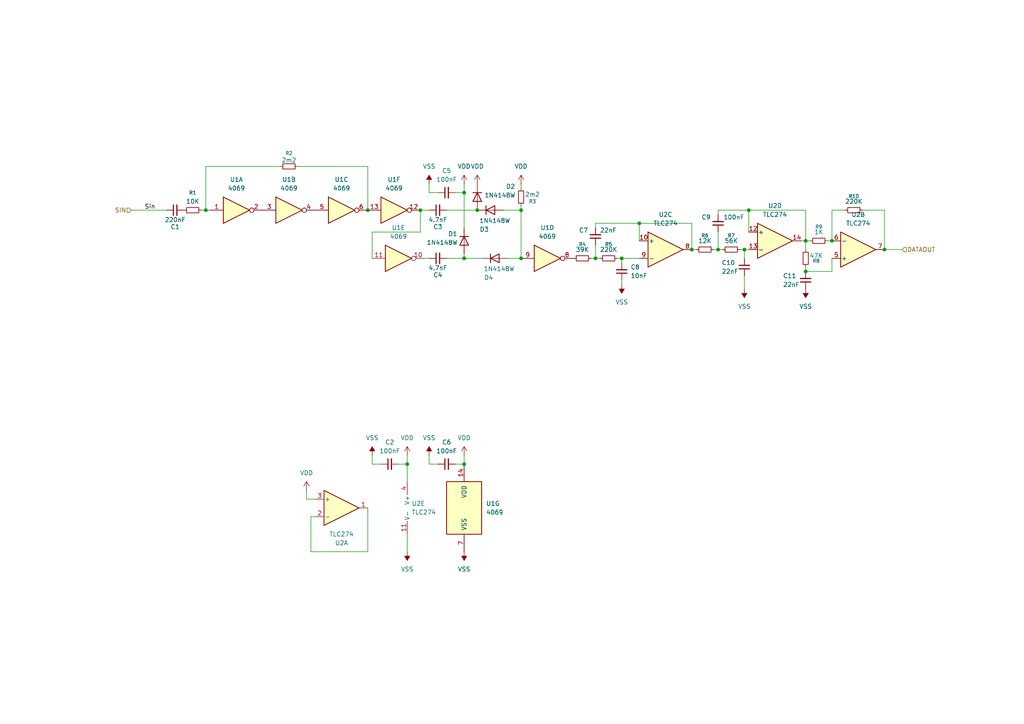
<source format=kicad_sch>
(kicad_sch (version 20250114) (generator "eeschema") (generator_version "9.0")
  (paper "A4")
  (lib_symbols
    (symbol "4xxx:4069" (pin_names (offset 1.016))
      (property "Reference" "U" (at 0 1.27 0))
      (property "Value" "4069" (at 0 -1.27 0))
      (symbol "4069_1_0"
        (polyline (pts (xy -3.81 3.81) (xy -3.81 -3.81) (xy 3.81 0) (xy -3.81 3.81)) (stroke (width 0.254)) (fill (type background)))
        (pin input line (at -7.62 0 0) (length 3.81) (name "~") (number "1"))
        (pin output inverted (at 7.62 0 180) (length 3.81) (name "~") (number "2"))
      )
      (symbol "4069_2_0"
        (polyline (pts (xy -3.81 3.81) (xy -3.81 -3.81) (xy 3.81 0) (xy -3.81 3.81)) (stroke (width 0.254)) (fill (type background)))
        (pin input line (at -7.62 0 0) (length 3.81) (name "~") (number "3"))
        (pin output inverted (at 7.62 0 180) (length 3.81) (name "~") (number "4"))
      )
      (symbol "4069_3_0"
        (polyline (pts (xy -3.81 3.81) (xy -3.81 -3.81) (xy 3.81 0) (xy -3.81 3.81)) (stroke (width 0.254)) (fill (type background)))
        (pin input line (at -7.62 0 0) (length 3.81) (name "~") (number "5"))
        (pin output inverted (at 7.62 0 180) (length 3.81) (name "~") (number "6"))
      )
      (symbol "4069_4_0"
        (polyline (pts (xy -3.81 3.81) (xy -3.81 -3.81) (xy 3.81 0) (xy -3.81 3.81)) (stroke (width 0.254)) (fill (type background)))
        (pin input line (at -7.62 0 0) (length 3.81) (name "~") (number "9"))
        (pin output inverted (at 7.62 0 180) (length 3.81) (name "~") (number "8"))
      )
      (symbol "4069_5_0"
        (polyline (pts (xy -3.81 3.81) (xy -3.81 -3.81) (xy 3.81 0) (xy -3.81 3.81)) (stroke (width 0.254)) (fill (type background)))
        (pin input line (at -7.62 0 0) (length 3.81) (name "~") (number "11"))
        (pin output inverted (at 7.62 0 180) (length 3.81) (name "~") (number "10"))
      )
      (symbol "4069_6_0"
        (polyline (pts (xy -3.81 3.81) (xy -3.81 -3.81) (xy 3.81 0) (xy -3.81 3.81)) (stroke (width 0.254)) (fill (type background)))
        (pin input line (at -7.62 0 0) (length 3.81) (name "~") (number "13"))
        (pin output inverted (at 7.62 0 180) (length 3.81) (name "~") (number "12"))
      )
      (symbol "4069_7_0"
        (pin power_in line (at 0 12.7 270) (length 5.08) (name "VDD") (number "14"))
        (pin power_in line (at 0 -12.7 90) (length 5.08) (name "VSS") (number "7"))
      )
      (symbol "4069_7_1"
        (rectangle (start -5.08 7.62) (end 5.08 -7.62) (stroke (width 0.254)) (fill (type background)))
      )
    )
    (symbol "Amplifier_Operational:TLC274" (pin_names (offset 0.127))
      (property "Reference" "U" (at 0 5.08 0))
      (property "Value" "TLC274" (at 0 -5.08 0))
      (symbol "TLC274_1_1"
        (polyline (pts (xy -5.08 5.08) (xy 5.08 0) (xy -5.08 -5.08) (xy -5.08 5.08)) (stroke (width 0.254)) (fill (type background)))
        (pin input line (at -7.62 2.54 0) (length 2.54) (name "+") (number "3"))
        (pin input line (at -7.62 -2.54 0) (length 2.54) (name "-") (number "2"))
        (pin output line (at 7.62 0 180) (length 2.54) (name "~") (number "1"))
      )
      (symbol "TLC274_2_1"
        (polyline (pts (xy -5.08 5.08) (xy 5.08 0) (xy -5.08 -5.08) (xy -5.08 5.08)) (stroke (width 0.254)) (fill (type background)))
        (pin input line (at -7.62 2.54 0) (length 2.54) (name "+") (number "5"))
        (pin input line (at -7.62 -2.54 0) (length 2.54) (name "-") (number "6"))
        (pin output line (at 7.62 0 180) (length 2.54) (name "~") (number "7"))
      )
      (symbol "TLC274_3_1"
        (polyline (pts (xy -5.08 5.08) (xy 5.08 0) (xy -5.08 -5.08) (xy -5.08 5.08)) (stroke (width 0.254)) (fill (type background)))
        (pin input line (at -7.62 2.54 0) (length 2.54) (name "+") (number "10"))
        (pin input line (at -7.62 -2.54 0) (length 2.54) (name "-") (number "9"))
        (pin output line (at 7.62 0 180) (length 2.54) (name "~") (number "8"))
      )
      (symbol "TLC274_4_1"
        (polyline (pts (xy -5.08 5.08) (xy 5.08 0) (xy -5.08 -5.08) (xy -5.08 5.08)) (stroke (width 0.254)) (fill (type background)))
        (pin input line (at -7.62 2.54 0) (length 2.54) (name "+") (number "12"))
        (pin input line (at -7.62 -2.54 0) (length 2.54) (name "-") (number "13"))
        (pin output line (at 7.62 0 180) (length 2.54) (name "~") (number "14"))
      )
      (symbol "TLC274_5_1"
        (pin power_in line (at -2.54 7.62 270) (length 3.81) (name "V+") (number "4"))
        (pin power_in line (at -2.54 -7.62 90) (length 3.81) (name "V-") (number "11"))
      )
    )
    (symbol "Device:C_Small" (pin_numbers (hide yes)) (pin_names (offset 0.254) (hide yes))
      (property "Reference" "C" (at 0.254 1.778 0))
      (property "Value" "C_Small" (at 0.254 -2.032 0))
      (symbol "C_Small_0_1"
        (polyline (pts (xy -1.524 0.508) (xy 1.524 0.508)) (stroke (width 0.3048)))
        (polyline (pts (xy -1.524 -0.508) (xy 1.524 -0.508)) (stroke (width 0.3302)))
      )
      (symbol "C_Small_1_1"
        (pin passive line (at 0 2.54 270) (length 2.032) (name "~") (number "1"))
        (pin passive line (at 0 -2.54 90) (length 2.032) (name "~") (number "2"))
      )
    )
    (symbol "Device:R_Small" (pin_numbers (hide yes)) (pin_names (offset 0.254) (hide yes))
      (property "Reference" "R" (at 0 0 90))
      (property "Value" "R_Small" (at 1.778 0 90))
      (symbol "R_Small_0_1"
        (rectangle (start -0.762 1.778) (end 0.762 -1.778) (stroke (width 0.2032)))
      )
      (symbol "R_Small_1_1"
        (pin passive line (at 0 2.54 270) (length 0.762) (name "~") (number "1"))
        (pin passive line (at 0 -2.54 90) (length 0.762) (name "~") (number "2"))
      )
    )
    (symbol "Diode:1N4148W" (pin_numbers (hide yes)) (pin_names (hide yes))
      (property "Reference" "D" (at 0 2.54 0))
      (property "Value" "1N4148W" (at 0 -2.54 0))
      (symbol "1N4148W_0_1"
        (polyline (pts (xy -1.27 1.27) (xy -1.27 -1.27)) (stroke (width 0.254)))
        (polyline (pts (xy 1.27 1.27) (xy 1.27 -1.27) (xy -1.27 0) (xy 1.27 1.27)) (stroke (width 0.254)))
        (polyline (pts (xy 1.27 0) (xy -1.27 0)))
      )
      (symbol "1N4148W_1_1"
        (pin passive line (at -3.81 0 0) (length 2.54) (name "K") (number "1"))
        (pin passive line (at 3.81 0 180) (length 2.54) (name "A") (number "2"))
      )
    )
    (symbol "power:+5V" (power) (pin_numbers (hide yes)) (pin_names (offset 0) (hide yes))
      (property "Value" "+5V" (at 0 3.556 0))
      (symbol "+5V_0_1"
        (polyline (pts (xy -0.762 1.27) (xy 0 2.54)))
        (polyline (pts (xy 0 2.54) (xy 0.762 1.27)))
        (polyline (pts (xy 0 0) (xy 0 2.54)))
      )
      (symbol "+5V_1_1"
        (pin power_in line (at 0 0 90) (length 0) (name "~") (number "1"))
      )
    )
    (symbol "power:VSS" (power) (pin_numbers (hide yes)) (pin_names (offset 0) (hide yes))
      (property "Value" "VSS" (at 0 3.556 0))
      (symbol "VSS_0_1"
        (polyline (pts (xy 0 0) (xy 0 2.54)))
        (polyline (pts (xy 0.762 1.27) (xy -0.762 1.27) (xy 0 2.54) (xy 0.762 1.27)) (fill (type outline)))
      )
      (symbol "VSS_1_1"
        (pin power_in line (at 0 0 90) (length 0) (name "~") (number "1"))
      )
    )
  )
  (junction (at 256.54 72.39))
  (junction (at 172.72 74.93))
  (junction (at 233.68 69.85))
  (junction (at 59.69 60.96))
  (junction (at 118.11 134.62))
  (junction (at 217.17 60.96))
  (junction (at 134.62 134.62))
  (junction (at 151.13 60.96))
  (junction (at 106.68 60.96))
  (junction (at 241.3 69.85))
  (junction (at 134.62 55.88))
  (junction (at 121.92 60.96))
  (junction (at 185.42 64.77))
  (junction (at 151.13 74.93))
  (junction (at 208.28 72.39))
  (junction (at 134.62 74.93))
  (junction (at 200.66 72.39))
  (junction (at 233.68 78.74))
  (junction (at 215.9 72.39))
  (junction (at 138.43 60.96))
  (junction (at 180.34 74.93))
  (wire (pts (xy 245.11 60.96) (xy 241.3 60.96)))
  (wire (pts (xy 106.68 48.26) (xy 106.68 60.96)))
  (wire (pts (xy 151.13 53.34) (xy 151.13 54.61)))
  (wire (pts (xy 38.1 60.96) (xy 48.26 60.96)))
  (wire (pts (xy 185.42 64.77) (xy 172.72 64.77)))
  (wire (pts (xy 106.68 160.02) (xy 90.17 160.02)))
  (wire (pts (xy 81.28 48.26) (xy 59.69 48.26)))
  (wire (pts (xy 134.62 74.93) (xy 139.7 74.93)))
  (wire (pts (xy 179.07 74.93) (xy 180.34 74.93)))
  (wire (pts (xy 208.28 60.96) (xy 208.28 62.23)))
  (wire (pts (xy 134.62 53.34) (xy 134.62 55.88)))
  (wire (pts (xy 115.57 134.62) (xy 118.11 134.62)))
  (wire (pts (xy 207.01 72.39) (xy 208.28 72.39)))
  (wire (pts (xy 214.63 72.39) (xy 215.9 72.39)))
  (wire (pts (xy 233.68 69.85) (xy 233.68 72.39)))
  (wire (pts (xy 151.13 59.69) (xy 151.13 60.96)))
  (wire (pts (xy 200.66 72.39) (xy 201.93 72.39)))
  (wire (pts (xy 215.9 72.39) (xy 215.9 74.93)))
  (wire (pts (xy 234.95 69.85) (xy 233.68 69.85)))
  (wire (pts (xy 129.54 60.96) (xy 138.43 60.96)))
  (wire (pts (xy 233.68 60.96) (xy 233.68 69.85)))
  (wire (pts (xy 180.34 74.93) (xy 180.34 76.2)))
  (wire (pts (xy 171.45 74.93) (xy 172.72 74.93)))
  (wire (pts (xy 129.54 74.93) (xy 134.62 74.93)))
  (wire (pts (xy 200.66 64.77) (xy 185.42 64.77)))
  (wire (pts (xy 118.11 134.62) (xy 118.11 139.7)))
  (wire (pts (xy 90.17 149.86) (xy 91.44 149.86)))
  (wire (pts (xy 124.46 134.62) (xy 124.46 132.08)))
  (wire (pts (xy 124.46 55.88) (xy 124.46 53.34)))
  (wire (pts (xy 59.69 48.26) (xy 59.69 60.96)))
  (wire (pts (xy 118.11 154.94) (xy 118.11 160.02)))
  (wire (pts (xy 233.68 78.74) (xy 233.68 77.47)))
  (wire (pts (xy 185.42 64.77) (xy 185.42 69.85)))
  (wire (pts (xy 215.9 80.01) (xy 215.9 83.82)))
  (wire (pts (xy 241.3 74.93) (xy 241.3 78.74)))
  (wire (pts (xy 151.13 60.96) (xy 151.13 74.93)))
  (wire (pts (xy 217.17 60.96) (xy 233.68 60.96)))
  (wire (pts (xy 151.13 74.93) (xy 147.32 74.93)))
  (wire (pts (xy 241.3 78.74) (xy 233.68 78.74)))
  (wire (pts (xy 91.44 144.78) (xy 88.9 144.78)))
  (wire (pts (xy 107.95 134.62) (xy 107.95 132.08)))
  (wire (pts (xy 232.41 69.85) (xy 233.68 69.85)))
  (wire (pts (xy 208.28 72.39) (xy 209.55 72.39)))
  (wire (pts (xy 134.62 132.08) (xy 134.62 134.62)))
  (wire (pts (xy 180.34 74.93) (xy 185.42 74.93)))
  (wire (pts (xy 256.54 72.39) (xy 261.62 72.39)))
  (wire (pts (xy 59.69 60.96) (xy 58.42 60.96)))
  (wire (pts (xy 88.9 144.78) (xy 88.9 142.24)))
  (wire (pts (xy 217.17 60.96) (xy 208.28 60.96)))
  (wire (pts (xy 127 55.88) (xy 124.46 55.88)))
  (wire (pts (xy 134.62 74.93) (xy 134.62 73.66)))
  (wire (pts (xy 241.3 69.85) (xy 240.03 69.85)))
  (wire (pts (xy 106.68 147.32) (xy 106.68 160.02)))
  (wire (pts (xy 121.92 60.96) (xy 121.92 67.31)))
  (wire (pts (xy 146.05 60.96) (xy 151.13 60.96)))
  (wire (pts (xy 172.72 74.93) (xy 173.99 74.93)))
  (wire (pts (xy 118.11 132.08) (xy 118.11 134.62)))
  (wire (pts (xy 60.96 60.96) (xy 59.69 60.96)))
  (wire (pts (xy 121.92 60.96) (xy 124.46 60.96)))
  (wire (pts (xy 256.54 72.39) (xy 256.54 60.96)))
  (wire (pts (xy 256.54 60.96) (xy 250.19 60.96)))
  (wire (pts (xy 180.34 82.55) (xy 180.34 81.28)))
  (wire (pts (xy 121.92 67.31) (xy 107.95 67.31)))
  (wire (pts (xy 86.36 48.26) (xy 106.68 48.26)))
  (wire (pts (xy 217.17 60.96) (xy 217.17 67.31)))
  (wire (pts (xy 172.72 64.77) (xy 172.72 66.04)))
  (wire (pts (xy 215.9 72.39) (xy 217.17 72.39)))
  (wire (pts (xy 208.28 67.31) (xy 208.28 72.39)))
  (wire (pts (xy 107.95 67.31) (xy 107.95 74.93)))
  (wire (pts (xy 241.3 60.96) (xy 241.3 69.85)))
  (wire (pts (xy 123.19 74.93) (xy 124.46 74.93)))
  (wire (pts (xy 132.08 55.88) (xy 134.62 55.88)))
  (wire (pts (xy 200.66 72.39) (xy 200.66 64.77)))
  (wire (pts (xy 90.17 160.02) (xy 90.17 149.86)))
  (wire (pts (xy 110.49 134.62) (xy 107.95 134.62)))
  (wire (pts (xy 172.72 71.12) (xy 172.72 74.93)))
  (wire (pts (xy 134.62 55.88) (xy 134.62 66.04)))
  (wire (pts (xy 127 134.62) (xy 124.46 134.62)))
  (wire (pts (xy 132.08 134.62) (xy 134.62 134.62)))
  (label "Sin" (at 41.91 60.96 0))
  (hierarchical_label "SIN" (shape input) (at 38.1 60.96 180))
  (hierarchical_label "DATAOUT" (shape input) (at 261.62 72.39 0))
  (symbol (lib_id "Amplifier_Operational:TLC274") (at 120.65 147.32 0) (unit 5)
    (property "Reference" "U10" (at 119.38 146.0499 0) (effects (justify left)))
    (property "Value" "TLC274" (at 119.38 148.5899 0) (effects (justify left)))
    (property "Footprint" "Package_DIP:CERDIP-14_W7.62mm_SideBrazed_Socket" (effects (hide yes)))
    (property "Datasheet" "http://www.ti.com/lit/ds/symlink/tlc274.pdf" (effects (hide yes)))
    (property "Description" "Quad LinCMOS Precision Quad Operational Amplifiers, DIP-14/SOIC-14/SSOP-14" (effects (hide yes)))
    (instances (project "" (path "" (reference "U2") (unit 5))) (project "" (path "" (reference "U10") (unit 5))))
  )
  (symbol (lib_id "power:+5V") (at 134.62 132.08 0) (unit 1)
    (property "Reference" "#PWR0156" (effects (hide yes)))
    (property "Value" "VDD" (at 134.62 127 0))
    (property "Description" "Power symbol creates a global label with name \"+5V\"" (effects (hide yes)))
    (instances (project "decoder" (path "" (reference "#PWR013") (unit 1))) (project "" (path "" (reference "#PWR0156") (unit 1))))
  )
  (symbol (lib_id "Amplifier_Operational:TLC274") (at 99.06 147.32 0) (unit 1)
    (property "Reference" "U10" (at 99.06 157.48 0))
    (property "Value" "TLC274" (at 99.06 154.94 0))
    (property "Footprint" "Package_DIP:CERDIP-14_W7.62mm_SideBrazed_Socket" (effects (hide yes)))
    (property "Datasheet" "http://www.ti.com/lit/ds/symlink/tlc274.pdf" (effects (hide yes)))
    (property "Description" "Quad LinCMOS Precision Quad Operational Amplifiers, DIP-14/SOIC-14/SSOP-14" (effects (hide yes)))
    (instances (project "" (path "" (reference "U2") (unit 1))) (project "" (path "" (reference "U10") (unit 1))))
  )
  (symbol (lib_id "power:VSS") (at 118.11 160.02 180) (unit 1)
    (property "Reference" "#PWR0155" (effects (hide yes)))
    (property "Value" "VSS" (at 118.11 165.1 0))
    (property "Description" "Power symbol creates a global label with name \"VSS\"" (effects (hide yes)))
    (instances (project "decoder" (path "" (reference "#PWR09") (unit 1))) (project "" (path "" (reference "#PWR0155") (unit 1))))
  )
  (symbol (lib_id "Amplifier_Operational:TLC274") (at 224.79 69.85 0) (unit 4)
    (property "Reference" "U10" (at 224.79 59.69 0))
    (property "Value" "TLC274" (at 224.79 62.23 0))
    (property "Footprint" "Package_DIP:CERDIP-14_W7.62mm_SideBrazed_Socket" (effects (hide yes)))
    (property "Datasheet" "http://www.ti.com/lit/ds/symlink/tlc274.pdf" (effects (hide yes)))
    (property "Description" "Quad LinCMOS Precision Quad Operational Amplifiers, DIP-14/SOIC-14/SSOP-14" (effects (hide yes)))
    (instances (project "" (path "" (reference "U2") (unit 4))) (project "" (path "" (reference "U10") (unit 4))))
  )
  (symbol (lib_id "Diode:1N4148W") (at 134.62 69.85 270) (unit 1)
    (property "Reference" "D3" (at 131.318 67.818 90))
    (property "Value" "1N4148W" (at 128.27 70.358 90))
    (property "Footprint" "Diode_SMD:D_SOD-123" (effects (hide yes)))
    (property "Datasheet" "https://www.vishay.com/docs/85748/1n4148w.pdf" (effects (hide yes)))
    (property "Description" "75V 0.15A Fast Switching Diode, SOD-123" (effects (hide yes)))
    (property "Sim.Device" "D" (effects (hide yes)))
    (property "Sim.Pins" "1=K 2=A" (effects (hide yes)))
    (instances (project "decoder" (path "" (reference "D1") (unit 1))) (project "" (path "" (reference "D3") (unit 1))))
  )
  (symbol (lib_id "power:+5V") (at 118.11 132.08 0) (unit 1)
    (property "Reference" "#PWR0152" (effects (hide yes)))
    (property "Value" "VDD" (at 118.11 127 0))
    (property "Description" "Power symbol creates a global label with name \"+5V\"" (effects (hide yes)))
    (instances (project "decoder" (path "" (reference "#PWR08") (unit 1))) (project "" (path "" (reference "#PWR0152") (unit 1))))
  )
  (symbol (lib_id "power:VSS") (at 124.46 132.08 0) (unit 1)
    (property "Reference" "#PWR0153" (effects (hide yes)))
    (property "Value" "VSS" (at 124.46 127 0))
    (property "Description" "Power symbol creates a global label with name \"VSS\"" (effects (hide yes)))
    (instances (project "decoder" (path "" (reference "#PWR011") (unit 1))) (project "" (path "" (reference "#PWR0153") (unit 1))))
  )
  (symbol (lib_id "4xxx:4069") (at 83.82 60.96 0) (unit 2)
    (property "Reference" "U9" (at 83.82 52.07 0))
    (property "Value" "4069" (at 83.82 54.61 0))
    (property "Footprint" "Package_DIP:CERDIP-14_W7.62mm_SideBrazed_Socket" (effects (hide yes)))
    (property "Datasheet" "http://www.intersil.com/content/dam/Intersil/documents/cd40/cd4069ubms.pdf" (effects (hide yes)))
    (property "Description" "Hex inverter" (effects (hide yes)))
    (instances (project "" (path "" (reference "U1") (unit 2))) (project "" (path "" (reference "U9") (unit 2))))
  )
  (symbol (lib_id "Device:R_Small") (at 176.53 74.93 90) (unit 1)
    (property "Reference" "R36" (at 176.53 70.866 90) (effects (font (size 1.016 1.016))))
    (property "Value" "220K" (at 176.53 72.39 90))
    (property "Footprint" "Resistor_SMD:R_0805_2012Metric" (effects (hide yes)))
    (property "Description" "Resistor, small symbol" (effects (hide yes)))
    (instances (project "decoder" (path "" (reference "R5") (unit 1))) (project "" (path "" (reference "R36") (unit 1))))
  )
  (symbol (lib_id "power:VSS") (at 134.62 160.02 180) (unit 1)
    (property "Reference" "#PWR0154" (effects (hide yes)))
    (property "Value" "VSS" (at 134.62 165.1 0))
    (property "Description" "Power symbol creates a global label with name \"VSS\"" (effects (hide yes)))
    (instances (project "decoder" (path "" (reference "#PWR014") (unit 1))) (project "" (path "" (reference "#PWR0154") (unit 1))))
  )
  (symbol (lib_id "power:+5V") (at 151.13 53.34 0) (unit 1)
    (property "Reference" "#PWR0160" (effects (hide yes)))
    (property "Value" "VDD" (at 151.13 48.26 0))
    (property "Description" "Power symbol creates a global label with name \"+5V\"" (effects (hide yes)))
    (instances (project "decoder" (path "" (reference "#PWR016") (unit 1))) (project "" (path "" (reference "#PWR0160") (unit 1))))
  )
  (symbol (lib_id "4xxx:4069") (at 68.58 60.96 0) (unit 1)
    (property "Reference" "U9" (at 68.58 52.07 0))
    (property "Value" "4069" (at 68.58 54.61 0))
    (property "Footprint" "Package_DIP:CERDIP-14_W7.62mm_SideBrazed_Socket" (effects (hide yes)))
    (property "Datasheet" "http://www.intersil.com/content/dam/Intersil/documents/cd40/cd4069ubms.pdf" (effects (hide yes)))
    (property "Description" "Hex inverter" (effects (hide yes)))
    (instances (project "" (path "" (reference "U1") (unit 1))) (project "" (path "" (reference "U9") (unit 1))))
  )
  (symbol (lib_id "power:VSS") (at 180.34 82.55 180) (unit 1)
    (property "Reference" "#PWR0164" (effects (hide yes)))
    (property "Value" "VSS" (at 180.34 87.63 0))
    (property "Description" "Power symbol creates a global label with name \"VSS\"" (effects (hide yes)))
    (instances (project "decoder" (path "" (reference "#PWR017") (unit 1))) (project "" (path "" (reference "#PWR0164") (unit 1))))
  )
  (symbol (lib_id "Device:C_Small") (at 172.72 68.58 180) (unit 1)
    (property "Reference" "C44" (at 167.894 66.802 0) (effects (justify right)))
    (property "Value" "22nF" (at 173.99 66.802 0) (effects (justify right)))
    (property "Footprint" "Capacitor_SMD:C_0805_2012Metric" (effects (hide yes)))
    (property "Description" "Unpolarized capacitor, small symbol" (effects (hide yes)))
    (instances (project "decoder" (path "" (reference "C7") (unit 1))) (project "" (path "" (reference "C44") (unit 1))))
  )
  (symbol (lib_id "power:+5V") (at 138.43 53.34 0) (unit 1)
    (property "Reference" "#PWR0159" (effects (hide yes)))
    (property "Value" "VDD" (at 138.43 48.26 0))
    (property "Description" "Power symbol creates a global label with name \"+5V\"" (effects (hide yes)))
    (instances (project "decoder" (path "" (reference "#PWR015") (unit 1))) (project "" (path "" (reference "#PWR0159") (unit 1))))
  )
  (symbol (lib_id "Device:C_Small") (at 50.8 60.96 90) (mirror x) (unit 1)
    (property "Reference" "C38" (at 50.8 65.786 90))
    (property "Value" "220nF" (at 50.8 63.754 90))
    (property "Footprint" "Capacitor_SMD:C_0805_2012Metric" (effects (hide yes)))
    (property "Description" "Unpolarized capacitor, small symbol" (effects (hide yes)))
    (instances (project "decoder" (path "" (reference "C1") (unit 1))) (project "" (path "" (reference "C38") (unit 1))))
  )
  (symbol (lib_id "Device:R_Small") (at 204.47 72.39 90) (unit 1)
    (property "Reference" "R37" (at 204.47 68.326 90) (effects (font (size 1.016 1.016))))
    (property "Value" "12K" (at 204.47 69.85 90))
    (property "Footprint" "Resistor_SMD:R_0805_2012Metric" (effects (hide yes)))
    (property "Description" "Resistor, small symbol" (effects (hide yes)))
    (instances (project "decoder" (path "" (reference "R6") (unit 1))) (project "" (path "" (reference "R37") (unit 1))))
  )
  (symbol (lib_id "4xxx:4069") (at 158.75 74.93 0) (unit 4)
    (property "Reference" "U9" (at 158.75 66.04 0))
    (property "Value" "4069" (at 158.75 68.58 0))
    (property "Footprint" "Package_DIP:CERDIP-14_W7.62mm_SideBrazed_Socket" (effects (hide yes)))
    (property "Datasheet" "http://www.intersil.com/content/dam/Intersil/documents/cd40/cd4069ubms.pdf" (effects (hide yes)))
    (property "Description" "Hex inverter" (effects (hide yes)))
    (instances (project "" (path "" (reference "U1") (unit 4))) (project "" (path "" (reference "U9") (unit 4))))
  )
  (symbol (lib_id "power:VSS") (at 215.9 83.82 180) (unit 1)
    (property "Reference" "#PWR0163" (effects (hide yes)))
    (property "Value" "VSS" (at 215.9 88.9 0))
    (property "Description" "Power symbol creates a global label with name \"VSS\"" (effects (hide yes)))
    (instances (project "decoder" (path "" (reference "#PWR018") (unit 1))) (project "" (path "" (reference "#PWR0163") (unit 1))))
  )
  (symbol (lib_id "Device:R_Small") (at 237.49 69.85 90) (unit 1)
    (property "Reference" "R40" (at 237.49 65.786 90) (effects (font (size 1.016 1.016))))
    (property "Value" "1K" (at 237.49 67.31 90))
    (property "Footprint" "Resistor_SMD:R_0805_2012Metric" (effects (hide yes)))
    (property "Description" "Resistor, small symbol" (effects (hide yes)))
    (instances (project "decoder" (path "" (reference "R9") (unit 1))) (project "" (path "" (reference "R40") (unit 1))))
  )
  (symbol (lib_id "Diode:1N4148W") (at 143.51 74.93 0) (unit 1)
    (property "Reference" "D6" (at 141.732 80.518 0))
    (property "Value" "1N4148W" (at 144.78 77.978 0))
    (property "Footprint" "Diode_SMD:D_SOD-123" (effects (hide yes)))
    (property "Datasheet" "https://www.vishay.com/docs/85748/1n4148w.pdf" (effects (hide yes)))
    (property "Description" "75V 0.15A Fast Switching Diode, SOD-123" (effects (hide yes)))
    (property "Sim.Device" "D" (effects (hide yes)))
    (property "Sim.Pins" "1=K 2=A" (effects (hide yes)))
    (instances (project "decoder" (path "" (reference "D4") (unit 1))) (project "" (path "" (reference "D6") (unit 1))))
  )
  (symbol (lib_id "Device:C_Small") (at 127 60.96 90) (mirror x) (unit 1)
    (property "Reference" "C40" (at 127 65.786 90))
    (property "Value" "4.7nF" (at 127 63.754 90))
    (property "Footprint" "Capacitor_SMD:C_0805_2012Metric" (effects (hide yes)))
    (property "Description" "Unpolarized capacitor, small symbol" (effects (hide yes)))
    (instances (project "decoder" (path "" (reference "C3") (unit 1))) (project "" (path "" (reference "C40") (unit 1))))
  )
  (symbol (lib_id "4xxx:4069") (at 134.62 147.32 0) (unit 7)
    (property "Reference" "U9" (at 140.97 146.0499 0) (effects (justify left)))
    (property "Value" "4069" (at 140.97 148.5899 0) (effects (justify left)))
    (property "Footprint" "Package_DIP:CERDIP-14_W7.62mm_SideBrazed_Socket" (effects (hide yes)))
    (property "Datasheet" "http://www.intersil.com/content/dam/Intersil/documents/cd40/cd4069ubms.pdf" (effects (hide yes)))
    (property "Description" "Hex inverter" (effects (hide yes)))
    (instances (project "" (path "" (reference "U1") (unit 7))) (project "" (path "" (reference "U9") (unit 7))))
  )
  (symbol (lib_id "Diode:1N4148W") (at 138.43 57.15 270) (unit 1)
    (property "Reference" "D4" (at 148.082 54.102 90))
    (property "Value" "1N4148W" (at 145.034 56.642 90))
    (property "Footprint" "Diode_SMD:D_SOD-123" (effects (hide yes)))
    (property "Datasheet" "https://www.vishay.com/docs/85748/1n4148w.pdf" (effects (hide yes)))
    (property "Description" "75V 0.15A Fast Switching Diode, SOD-123" (effects (hide yes)))
    (property "Sim.Device" "D" (effects (hide yes)))
    (property "Sim.Pins" "1=K 2=A" (effects (hide yes)))
    (instances (project "decoder" (path "" (reference "D2") (unit 1))) (project "" (path "" (reference "D4") (unit 1))))
  )
  (symbol (lib_id "power:+5V") (at 134.62 53.34 0) (unit 1)
    (property "Reference" "#PWR0161" (effects (hide yes)))
    (property "Value" "VDD" (at 134.62 48.26 0))
    (property "Description" "Power symbol creates a global label with name \"+5V\"" (effects (hide yes)))
    (instances (project "decoder" (path "" (reference "#PWR012") (unit 1))) (project "" (path "" (reference "#PWR0161") (unit 1))))
  )
  (symbol (lib_id "Device:C_Small") (at 113.03 134.62 90) (unit 1)
    (property "Reference" "C39" (at 113.0363 128.27 90))
    (property "Value" "100nF" (at 113.0363 130.81 90))
    (property "Footprint" "Capacitor_SMD:C_0805_2012Metric" (effects (hide yes)))
    (property "Description" "Unpolarized capacitor, small symbol" (effects (hide yes)))
    (instances (project "decoder" (path "" (reference "C2") (unit 1))) (project "" (path "" (reference "C39") (unit 1))))
  )
  (symbol (lib_id "Device:R_Small") (at 151.13 57.15 180) (unit 1)
    (property "Reference" "R34" (at 154.432 58.42 0) (effects (font (size 1.016 1.016))))
    (property "Value" "2m2" (at 154.432 56.388 0))
    (property "Footprint" "Resistor_SMD:R_0805_2012Metric" (effects (hide yes)))
    (property "Description" "Resistor, small symbol" (effects (hide yes)))
    (instances (project "decoder" (path "" (reference "R3") (unit 1))) (project "" (path "" (reference "R34") (unit 1))))
  )
  (symbol (lib_id "Device:C_Small") (at 180.34 78.74 180) (unit 1)
    (property "Reference" "C45" (at 182.88 77.4635 0) (effects (justify right)))
    (property "Value" "10nF" (at 182.88 80.0035 0) (effects (justify right)))
    (property "Footprint" "Capacitor_SMD:C_0805_2012Metric" (effects (hide yes)))
    (property "Description" "Unpolarized capacitor, small symbol" (effects (hide yes)))
    (instances (project "decoder" (path "" (reference "C8") (unit 1))) (project "" (path "" (reference "C45") (unit 1))))
  )
  (symbol (lib_id "Diode:1N4148W") (at 142.24 60.96 0) (unit 1)
    (property "Reference" "D5" (at 140.462 66.548 0))
    (property "Value" "1N4148W" (at 143.51 64.008 0))
    (property "Footprint" "Diode_SMD:D_SOD-123" (effects (hide yes)))
    (property "Datasheet" "https://www.vishay.com/docs/85748/1n4148w.pdf" (effects (hide yes)))
    (property "Description" "75V 0.15A Fast Switching Diode, SOD-123" (effects (hide yes)))
    (property "Sim.Device" "D" (effects (hide yes)))
    (property "Sim.Pins" "1=K 2=A" (effects (hide yes)))
    (instances (project "decoder" (path "" (reference "D3") (unit 1))) (project "" (path "" (reference "D5") (unit 1))))
  )
  (symbol (lib_id "Device:R_Small") (at 83.82 48.26 90) (unit 1)
    (property "Reference" "R33" (at 83.82 44.45 90) (effects (font (size 1.016 1.016))))
    (property "Value" "2m2" (at 83.82 46.482 90))
    (property "Footprint" "Resistor_SMD:R_0805_2012Metric" (effects (hide yes)))
    (property "Description" "Resistor, small symbol" (effects (hide yes)))
    (instances (project "decoder" (path "" (reference "R2") (unit 1))) (project "" (path "" (reference "R33") (unit 1))))
  )
  (symbol (lib_id "4xxx:4069") (at 114.3 60.96 0) (unit 6)
    (property "Reference" "U9" (at 114.3 52.07 0))
    (property "Value" "4069" (at 114.3 54.61 0))
    (property "Footprint" "Package_DIP:CERDIP-14_W7.62mm_SideBrazed_Socket" (effects (hide yes)))
    (property "Datasheet" "http://www.intersil.com/content/dam/Intersil/documents/cd40/cd4069ubms.pdf" (effects (hide yes)))
    (property "Description" "Hex inverter" (effects (hide yes)))
    (instances (project "" (path "" (reference "U1") (unit 6))) (project "" (path "" (reference "U9") (unit 6))))
  )
  (symbol (lib_id "Amplifier_Operational:TLC274") (at 193.04 72.39 0) (unit 3)
    (property "Reference" "U10" (at 193.04 62.23 0))
    (property "Value" "TLC274" (at 193.04 64.77 0))
    (property "Footprint" "Package_DIP:CERDIP-14_W7.62mm_SideBrazed_Socket" (effects (hide yes)))
    (property "Datasheet" "http://www.ti.com/lit/ds/symlink/tlc274.pdf" (effects (hide yes)))
    (property "Description" "Quad LinCMOS Precision Quad Operational Amplifiers, DIP-14/SOIC-14/SSOP-14" (effects (hide yes)))
    (instances (project "" (path "" (reference "U2") (unit 3))) (project "" (path "" (reference "U10") (unit 3))))
  )
  (symbol (lib_id "Device:C_Small") (at 127 74.93 90) (mirror x) (unit 1)
    (property "Reference" "C41" (at 127 79.756 90))
    (property "Value" "4.7nF" (at 127 77.724 90))
    (property "Footprint" "Capacitor_SMD:C_0805_2012Metric" (effects (hide yes)))
    (property "Description" "Unpolarized capacitor, small symbol" (effects (hide yes)))
    (instances (project "decoder" (path "" (reference "C4") (unit 1))) (project "" (path "" (reference "C41") (unit 1))))
  )
  (symbol (lib_id "4xxx:4069") (at 115.57 74.93 0) (unit 5)
    (property "Reference" "U9" (at 115.57 66.04 0))
    (property "Value" "4069" (at 115.57 68.58 0))
    (property "Footprint" "Package_DIP:CERDIP-14_W7.62mm_SideBrazed_Socket" (effects (hide yes)))
    (property "Datasheet" "http://www.intersil.com/content/dam/Intersil/documents/cd40/cd4069ubms.pdf" (effects (hide yes)))
    (property "Description" "Hex inverter" (effects (hide yes)))
    (instances (project "" (path "" (reference "U1") (unit 5))) (project "" (path "" (reference "U9") (unit 5))))
  )
  (symbol (lib_id "Device:C_Small") (at 129.54 55.88 90) (unit 1)
    (property "Reference" "C42" (at 129.5463 49.53 90))
    (property "Value" "100nF" (at 129.5463 52.07 90))
    (property "Footprint" "Capacitor_SMD:C_0805_2012Metric" (effects (hide yes)))
    (property "Description" "Unpolarized capacitor, small symbol" (effects (hide yes)))
    (instances (project "decoder" (path "" (reference "C5") (unit 1))) (project "" (path "" (reference "C42") (unit 1))))
  )
  (symbol (lib_id "Device:C_Small") (at 233.68 81.28 180) (unit 1)
    (property "Reference" "C48" (at 227.076 80.01 0) (effects (justify right)))
    (property "Value" "22nF" (at 227.076 82.55 0) (effects (justify right)))
    (property "Footprint" "Capacitor_SMD:C_0805_2012Metric" (effects (hide yes)))
    (property "Description" "Unpolarized capacitor, small symbol" (effects (hide yes)))
    (instances (project "decoder" (path "" (reference "C11") (unit 1))) (project "" (path "" (reference "C48") (unit 1))))
  )
  (symbol (lib_id "power:VSS") (at 107.95 132.08 0) (unit 1)
    (property "Reference" "#PWR0158" (effects (hide yes)))
    (property "Value" "VSS" (at 107.95 127 0))
    (property "Description" "Power symbol creates a global label with name \"VSS\"" (effects (hide yes)))
    (instances (project "decoder" (path "" (reference "#PWR07") (unit 1))) (project "" (path "" (reference "#PWR0158") (unit 1))))
  )
  (symbol (lib_id "power:VSS") (at 124.46 53.34 0) (unit 1)
    (property "Reference" "#PWR0162" (effects (hide yes)))
    (property "Value" "VSS" (at 124.46 48.26 0))
    (property "Description" "Power symbol creates a global label with name \"VSS\"" (effects (hide yes)))
    (instances (project "decoder" (path "" (reference "#PWR010") (unit 1))) (project "" (path "" (reference "#PWR0162") (unit 1))))
  )
  (symbol (lib_id "Device:C_Small") (at 215.9 77.47 180) (unit 1)
    (property "Reference" "C47" (at 209.296 76.2 0) (effects (justify right)))
    (property "Value" "22nF" (at 209.296 78.74 0) (effects (justify right)))
    (property "Footprint" "Capacitor_SMD:C_0805_2012Metric" (effects (hide yes)))
    (property "Description" "Unpolarized capacitor, small symbol" (effects (hide yes)))
    (instances (project "decoder" (path "" (reference "C10") (unit 1))) (project "" (path "" (reference "C47") (unit 1))))
  )
  (symbol (lib_id "Amplifier_Operational:TLC274") (at 248.92 72.39 0) (mirror x) (unit 2)
    (property "Reference" "U10" (at 248.92 62.23 0))
    (property "Value" "TLC274" (at 248.92 64.77 0))
    (property "Footprint" "Package_DIP:CERDIP-14_W7.62mm_SideBrazed_Socket" (effects (hide yes)))
    (property "Datasheet" "http://www.ti.com/lit/ds/symlink/tlc274.pdf" (effects (hide yes)))
    (property "Description" "Quad LinCMOS Precision Quad Operational Amplifiers, DIP-14/SOIC-14/SSOP-14" (effects (hide yes)))
    (instances (project "" (path "" (reference "U2") (unit 2))) (project "" (path "" (reference "U10") (unit 2))))
  )
  (symbol (lib_id "4xxx:4069") (at 99.06 60.96 0) (unit 3)
    (property "Reference" "U9" (at 99.06 52.07 0))
    (property "Value" "4069" (at 99.06 54.61 0))
    (property "Footprint" "Package_DIP:CERDIP-14_W7.62mm_SideBrazed_Socket" (effects (hide yes)))
    (property "Datasheet" "http://www.intersil.com/content/dam/Intersil/documents/cd40/cd4069ubms.pdf" (effects (hide yes)))
    (property "Description" "Hex inverter" (effects (hide yes)))
    (instances (project "" (path "" (reference "U1") (unit 3))) (project "" (path "" (reference "U9") (unit 3))))
  )
  (symbol (lib_id "Device:R_Small") (at 233.68 74.93 180) (unit 1)
    (property "Reference" "R39" (at 236.728 75.692 0) (effects (font (size 1.016 1.016))))
    (property "Value" "47K" (at 236.728 74.168 0))
    (property "Footprint" "Resistor_SMD:R_0805_2012Metric" (effects (hide yes)))
    (property "Description" "Resistor, small symbol" (effects (hide yes)))
    (instances (project "decoder" (path "" (reference "R8") (unit 1))) (project "" (path "" (reference "R39") (unit 1))))
  )
  (symbol (lib_id "Device:R_Small") (at 247.65 60.96 90) (unit 1)
    (property "Reference" "R41" (at 247.65 56.896 90) (effects (font (size 1.016 1.016))))
    (property "Value" "220K" (at 247.65 58.42 90))
    (property "Footprint" "Resistor_SMD:R_0805_2012Metric" (effects (hide yes)))
    (property "Description" "Resistor, small symbol" (effects (hide yes)))
    (instances (project "decoder" (path "" (reference "R10") (unit 1))) (project "" (path "" (reference "R41") (unit 1))))
  )
  (symbol (lib_id "Device:R_Small") (at 168.91 74.93 90) (unit 1)
    (property "Reference" "R35" (at 168.91 70.866 90) (effects (font (size 1.016 1.016))))
    (property "Value" "39K" (at 168.91 72.39 90))
    (property "Footprint" "Resistor_SMD:R_0805_2012Metric" (effects (hide yes)))
    (property "Description" "Resistor, small symbol" (effects (hide yes)))
    (instances (project "decoder" (path "" (reference "R4") (unit 1))) (project "" (path "" (reference "R35") (unit 1))))
  )
  (symbol (lib_id "Device:C_Small") (at 129.54 134.62 90) (unit 1)
    (property "Reference" "C43" (at 129.5463 128.27 90))
    (property "Value" "100nF" (at 129.5463 130.81 90))
    (property "Footprint" "Capacitor_SMD:C_0805_2012Metric" (effects (hide yes)))
    (property "Description" "Unpolarized capacitor, small symbol" (effects (hide yes)))
    (instances (project "decoder" (path "" (reference "C6") (unit 1))) (project "" (path "" (reference "C43") (unit 1))))
  )
  (symbol (lib_id "Device:R_Small") (at 55.88 60.96 90) (unit 1)
    (property "Reference" "R32" (at 55.88 55.88 90) (effects (font (size 1.016 1.016))))
    (property "Value" "10K" (at 55.88 58.42 90))
    (property "Footprint" "Resistor_SMD:R_0805_2012Metric" (effects (hide yes)))
    (property "Description" "Resistor, small symbol" (effects (hide yes)))
    (instances (project "decoder" (path "" (reference "R1") (unit 1))) (project "" (path "" (reference "R32") (unit 1))))
  )
  (symbol (lib_id "Device:C_Small") (at 208.28 64.77 180) (unit 1)
    (property "Reference" "C46" (at 203.454 62.992 0) (effects (justify right)))
    (property "Value" "100nF" (at 209.804 62.992 0) (effects (justify right)))
    (property "Footprint" "Capacitor_SMD:C_0805_2012Metric" (effects (hide yes)))
    (property "Description" "Unpolarized capacitor, small symbol" (effects (hide yes)))
    (instances (project "decoder" (path "" (reference "C9") (unit 1))) (project "" (path "" (reference "C46") (unit 1))))
  )
  (symbol (lib_id "power:+5V") (at 88.9 142.24 0) (unit 1)
    (property "Reference" "#PWR0157" (effects (hide yes)))
    (property "Value" "VDD" (at 88.9 137.16 0))
    (property "Description" "Power symbol creates a global label with name \"+5V\"" (effects (hide yes)))
    (instances (project "decoder" (path "" (reference "#PWR06") (unit 1))) (project "" (path "" (reference "#PWR0157") (unit 1))))
  )
  (symbol (lib_id "power:VSS") (at 233.68 83.82 180) (unit 1)
    (property "Reference" "#PWR0151" (effects (hide yes)))
    (property "Value" "VSS" (at 233.68 88.9 0))
    (property "Description" "Power symbol creates a global label with name \"VSS\"" (effects (hide yes)))
    (instances (project "decoder" (path "" (reference "#PWR019") (unit 1))) (project "" (path "" (reference "#PWR0151") (unit 1))))
  )
  (symbol (lib_id "Device:R_Small") (at 212.09 72.39 90) (unit 1)
    (property "Reference" "R38" (at 212.09 68.326 90) (effects (font (size 1.016 1.016))))
    (property "Value" "56K" (at 212.09 69.85 90))
    (property "Footprint" "Resistor_SMD:R_0805_2012Metric" (effects (hide yes)))
    (property "Description" "Resistor, small symbol" (effects (hide yes)))
    (instances (project "decoder" (path "" (reference "R7") (unit 1))) (project "" (path "" (reference "R38") (unit 1))))
  )
)
</source>
